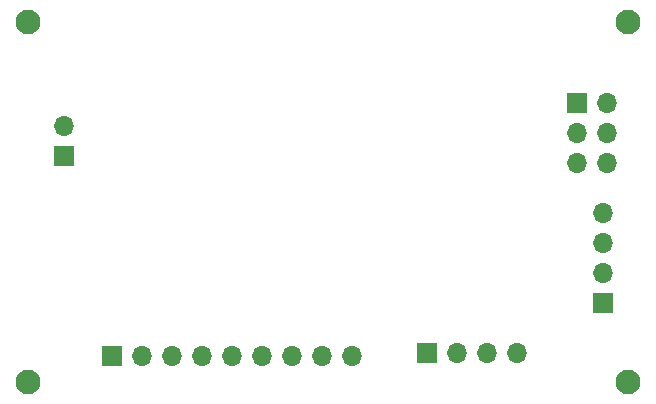
<source format=gbr>
%TF.GenerationSoftware,KiCad,Pcbnew,7.99.0-4047-gfc85112a72*%
%TF.CreationDate,2024-01-03T16:22:38+03:00*%
%TF.ProjectId,Prj 3 MCU DataLogger,50726a20-3320-44d4-9355-20446174614c,Version-1*%
%TF.SameCoordinates,Original*%
%TF.FileFunction,Soldermask,Bot*%
%TF.FilePolarity,Negative*%
%FSLAX46Y46*%
G04 Gerber Fmt 4.6, Leading zero omitted, Abs format (unit mm)*
G04 Created by KiCad (PCBNEW 7.99.0-4047-gfc85112a72) date 2024-01-03 16:22:38*
%MOMM*%
%LPD*%
G01*
G04 APERTURE LIST*
%ADD10R,1.700000X1.700000*%
%ADD11O,1.700000X1.700000*%
%ADD12C,2.100000*%
G04 APERTURE END LIST*
D10*
%TO.C,J4*%
X134264400Y-78282800D03*
D11*
X136804400Y-78282800D03*
X134264400Y-80822800D03*
X136804400Y-80822800D03*
X134264400Y-83362800D03*
X136804400Y-83362800D03*
%TD*%
D10*
%TO.C,J2*%
X121564400Y-99491800D03*
D11*
X124104400Y-99491800D03*
X126644400Y-99491800D03*
X129184400Y-99491800D03*
%TD*%
D12*
%TO.C,H1*%
X87807800Y-71424800D03*
%TD*%
D10*
%TO.C,J1*%
X136474200Y-95189200D03*
D11*
X136474200Y-92649200D03*
X136474200Y-90109200D03*
X136474200Y-87569200D03*
%TD*%
D10*
%TO.C,BT1*%
X90855800Y-82732800D03*
D11*
X90855800Y-80192800D03*
%TD*%
D10*
%TO.C,J3*%
X94945200Y-99669600D03*
D11*
X97485200Y-99669600D03*
X100025200Y-99669600D03*
X102565200Y-99669600D03*
X105105200Y-99669600D03*
X107645200Y-99669600D03*
X110185200Y-99669600D03*
X112725200Y-99669600D03*
X115265200Y-99669600D03*
%TD*%
D12*
%TO.C,H4*%
X138633200Y-101904800D03*
%TD*%
%TO.C,H2*%
X87807800Y-101904800D03*
%TD*%
%TO.C,H3*%
X138633200Y-71424800D03*
%TD*%
M02*

</source>
